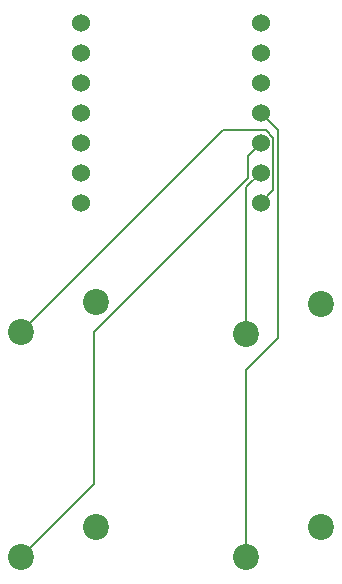
<source format=gbr>
%TF.GenerationSoftware,KiCad,Pcbnew,9.0.0*%
%TF.CreationDate,2025-02-21T00:47:10+00:00*%
%TF.ProjectId,hackpadtrollface,6861636b-7061-4647-9472-6f6c6c666163,rev?*%
%TF.SameCoordinates,Original*%
%TF.FileFunction,Copper,L2,Bot*%
%TF.FilePolarity,Positive*%
%FSLAX46Y46*%
G04 Gerber Fmt 4.6, Leading zero omitted, Abs format (unit mm)*
G04 Created by KiCad (PCBNEW 9.0.0) date 2025-02-21 00:47:10*
%MOMM*%
%LPD*%
G01*
G04 APERTURE LIST*
%TA.AperFunction,ComponentPad*%
%ADD10C,2.200000*%
%TD*%
%TA.AperFunction,ComponentPad*%
%ADD11C,1.524000*%
%TD*%
%TA.AperFunction,Conductor*%
%ADD12C,0.200000*%
%TD*%
G04 APERTURE END LIST*
D10*
%TO.P,SW2,1,1*%
%TO.N,GND*%
X128746250Y-59372500D03*
%TO.P,SW2,2,2*%
%TO.N,Net-(U1-GPIO2{slash}SCK)*%
X122396250Y-61912500D03*
%TD*%
%TO.P,SW3,1,1*%
%TO.N,GND*%
X109696250Y-78263750D03*
%TO.P,SW3,2,2*%
%TO.N,Net-(U1-GPIO4{slash}MISO)*%
X103346250Y-80803750D03*
%TD*%
%TO.P,SW4,1,1*%
%TO.N,GND*%
X128746250Y-78263750D03*
%TO.P,SW4,2,2*%
%TO.N,Net-(U1-GPIO3{slash}MOSI)*%
X122396250Y-80803750D03*
%TD*%
D11*
%TO.P,U1,1,GPIO26/ADC0/A0*%
%TO.N,unconnected-(U1-GPIO26{slash}ADC0{slash}A0-Pad1)*%
X108380000Y-35580000D03*
%TO.P,U1,2,GPIO27/ADC1/A1*%
%TO.N,unconnected-(U1-GPIO27{slash}ADC1{slash}A1-Pad2)*%
X108380000Y-38120000D03*
%TO.P,U1,3,GPIO28/ADC2/A2*%
%TO.N,unconnected-(U1-GPIO28{slash}ADC2{slash}A2-Pad3)*%
X108380000Y-40660000D03*
%TO.P,U1,4,GPIO29/ADC3/A3*%
%TO.N,unconnected-(U1-GPIO29{slash}ADC3{slash}A3-Pad4)*%
X108380000Y-43200000D03*
%TO.P,U1,5,GPIO6/SDA*%
%TO.N,Net-(D1-DIN)*%
X108380000Y-45740000D03*
%TO.P,U1,6,GPIO7/SCL*%
%TO.N,unconnected-(U1-GPIO7{slash}SCL-Pad6)*%
X108380000Y-48280000D03*
%TO.P,U1,7,GPIO0/TX*%
%TO.N,unconnected-(U1-GPIO0{slash}TX-Pad7)*%
X108380000Y-50820000D03*
%TO.P,U1,8,GPIO1/RX*%
%TO.N,Net-(U1-GPIO1{slash}RX)*%
X123620000Y-50820000D03*
%TO.P,U1,9,GPIO2/SCK*%
%TO.N,Net-(U1-GPIO2{slash}SCK)*%
X123620000Y-48280000D03*
%TO.P,U1,10,GPIO4/MISO*%
%TO.N,Net-(U1-GPIO4{slash}MISO)*%
X123620000Y-45740000D03*
%TO.P,U1,11,GPIO3/MOSI*%
%TO.N,Net-(U1-GPIO3{slash}MOSI)*%
X123620000Y-43200000D03*
%TO.P,U1,12,3V3*%
%TO.N,unconnected-(U1-3V3-Pad12)*%
X123620000Y-40660000D03*
%TO.P,U1,13,GND*%
%TO.N,GND*%
X123620000Y-38120000D03*
%TO.P,U1,14,VBUS*%
%TO.N,+5V*%
X123620000Y-35580000D03*
%TD*%
D10*
%TO.P,SW1,1,1*%
%TO.N,GND*%
X109696250Y-59213750D03*
%TO.P,SW1,2,2*%
%TO.N,Net-(U1-GPIO1{slash}RX)*%
X103346250Y-61753750D03*
%TD*%
D12*
%TO.N,Net-(U1-GPIO1{slash}RX)*%
X124683000Y-45299690D02*
X124683000Y-49757000D01*
X120423000Y-44677000D02*
X124060310Y-44677000D01*
X124060310Y-44677000D02*
X124683000Y-45299690D01*
X103346250Y-61753750D02*
X120423000Y-44677000D01*
X124683000Y-49757000D02*
X123620000Y-50820000D01*
%TO.N,Net-(U1-GPIO2{slash}SCK)*%
X122396250Y-61912500D02*
X122396250Y-49503750D01*
X122396250Y-49503750D02*
X123620000Y-48280000D01*
%TO.N,Net-(U1-GPIO4{slash}MISO)*%
X122557000Y-48720310D02*
X122557000Y-46803000D01*
X103346250Y-80803750D02*
X109507250Y-74642750D01*
X109507250Y-74642750D02*
X109507250Y-61770060D01*
X109507250Y-61770060D02*
X122557000Y-48720310D01*
X122557000Y-46803000D02*
X123620000Y-45740000D01*
%TO.N,Net-(U1-GPIO3{slash}MOSI)*%
X125084000Y-62249934D02*
X125084000Y-44664000D01*
X122396250Y-64937684D02*
X125084000Y-62249934D01*
X122396250Y-80803750D02*
X122400000Y-80807500D01*
X125084000Y-44664000D02*
X123620000Y-43200000D01*
X122396250Y-80803750D02*
X122396250Y-64937684D01*
%TD*%
M02*

</source>
